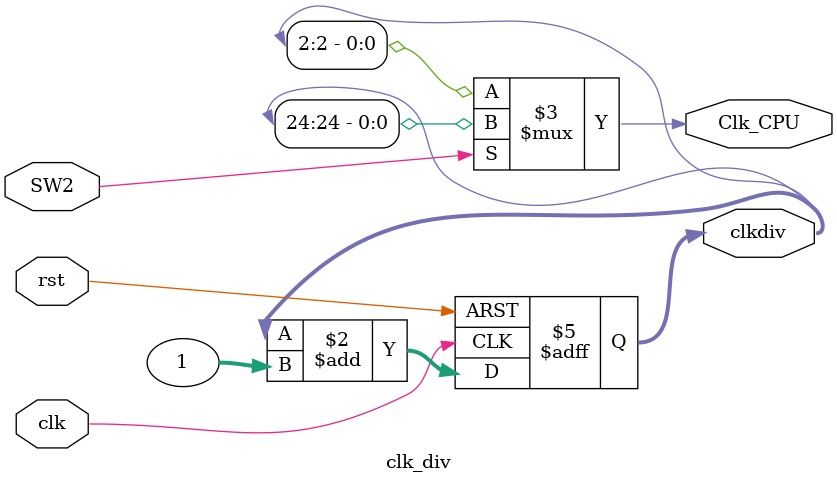
<source format=v>
`timescale 1ns / 1ps
module clk_div(input clk, //Ö÷°åÊ±ÖÓ
					input rst, //¸´Î»ÐÅºÅ
					input SW2, //CPUÊ±ÖÓÇÐ»»
					output reg [31:0]clkdiv, //32Î»¼ÆÊý·ÖÆµÊä³ö
					output Clk_CPU //CPUÊ±ÖÓÊä³ö
					);
					
		initial clkdiv = 32'b0;
					
		always @(posedge clk or posedge rst) begin
			if(rst)
				clkdiv <= 0;
			else
				clkdiv <= clkdiv + 1;
		end
		assign Clk_CPU = (SW2) ? clkdiv[24] : clkdiv[2];
	

endmodule


</source>
